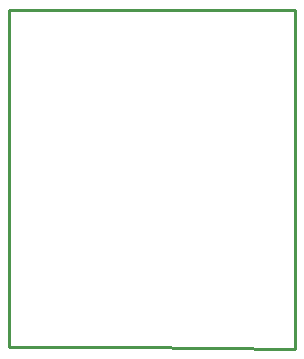
<source format=gko>
G04 Layer: BoardOutline*
G04 EasyEDA v6.4.25, 2021-10-20T20:18:06+03:00*
G04 dcba5cd40900447394ce88492ccb6976,3ac546bf038a4e40b039f7879bd882b5,10*
G04 Gerber Generator version 0.2*
G04 Scale: 100 percent, Rotated: No, Reflected: No *
G04 Dimensions in millimeters *
G04 leading zeros omitted , absolute positions ,4 integer and 5 decimal *
%FSLAX45Y45*%
%MOMM*%

%ADD10C,0.2540*%
D10*
X635000Y7251700D02*
G01*
X3060700Y7251700D01*
X3060700Y5410200D01*
X3060700Y4381500D01*
X1671320Y4394200D01*
X635000Y4394200D01*
X635000Y7112000D01*
X635000Y7251700D01*

%LPD*%
M02*

</source>
